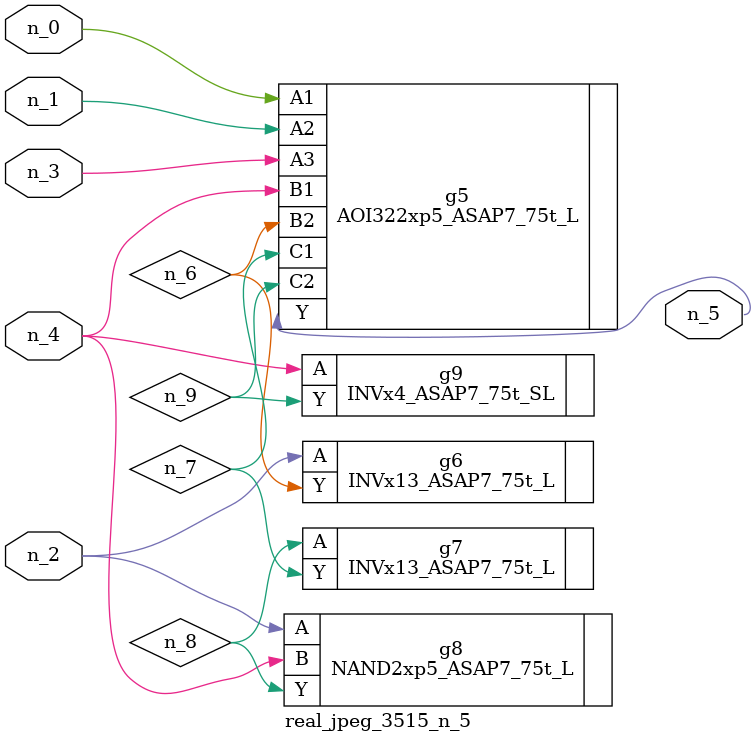
<source format=v>
module real_jpeg_3515_n_5 (n_4, n_0, n_1, n_2, n_3, n_5);

input n_4;
input n_0;
input n_1;
input n_2;
input n_3;

output n_5;

wire n_8;
wire n_6;
wire n_7;
wire n_9;

AOI322xp5_ASAP7_75t_L g5 ( 
.A1(n_0),
.A2(n_1),
.A3(n_3),
.B1(n_4),
.B2(n_6),
.C1(n_7),
.C2(n_9),
.Y(n_5)
);

INVx13_ASAP7_75t_L g6 ( 
.A(n_2),
.Y(n_6)
);

NAND2xp5_ASAP7_75t_L g8 ( 
.A(n_2),
.B(n_4),
.Y(n_8)
);

INVx4_ASAP7_75t_SL g9 ( 
.A(n_4),
.Y(n_9)
);

INVx13_ASAP7_75t_L g7 ( 
.A(n_8),
.Y(n_7)
);


endmodule
</source>
